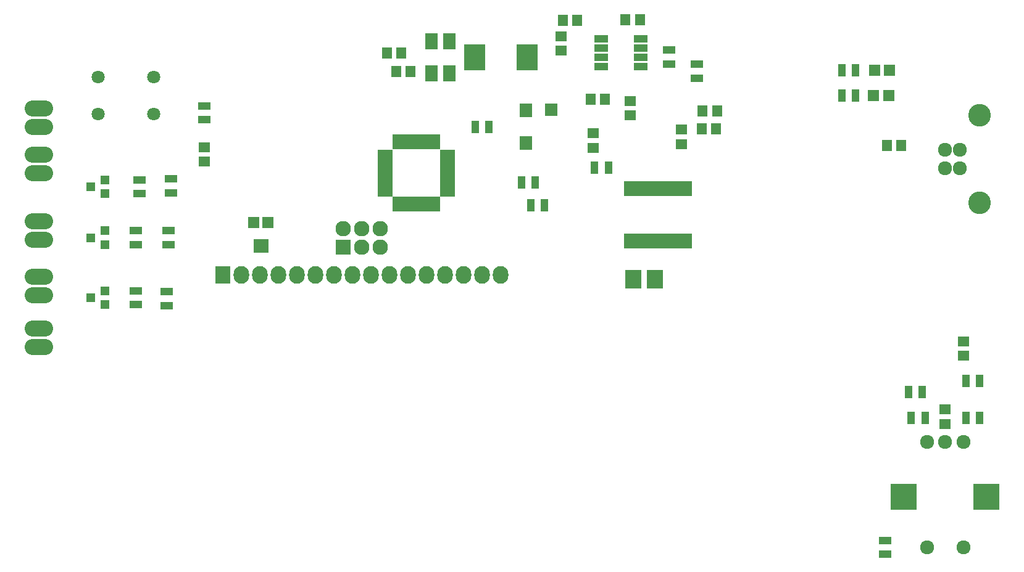
<source format=gts>
G04 #@! TF.FileFunction,Soldermask,Top*
%FSLAX46Y46*%
G04 Gerber Fmt 4.6, Leading zero omitted, Abs format (unit mm)*
G04 Created by KiCad (PCBNEW 4.0.1-stable) date Tuesday, March 29, 2016 'AMt' 01:29:57 AM*
%MOMM*%
G01*
G04 APERTURE LIST*
%ADD10C,0.100000*%
%ADD11R,1.650000X1.400000*%
%ADD12R,1.400000X1.650000*%
%ADD13R,1.598880X1.598880*%
%ADD14R,3.000000X3.600000*%
%ADD15R,0.950000X2.000000*%
%ADD16R,2.000000X0.950000*%
%ADD17O,3.900120X2.200860*%
%ADD18C,1.924000*%
%ADD19C,3.100020*%
%ADD20R,1.200100X1.200100*%
%ADD21R,1.100000X1.700000*%
%ADD22R,1.700000X1.100000*%
%ADD23R,3.600000X3.600000*%
%ADD24R,0.850000X2.150000*%
%ADD25R,1.950000X1.000000*%
%ADD26R,1.799540X2.200860*%
%ADD27R,2.200000X2.630000*%
%ADD28O,2.127200X2.432000*%
%ADD29R,2.127200X2.432000*%
%ADD30R,2.127200X2.127200*%
%ADD31O,2.127200X2.127200*%
%ADD32R,1.600000X1.600000*%
%ADD33R,2.000000X1.900000*%
%ADD34C,1.797000*%
%ADD35R,1.700000X1.900000*%
%ADD36R,1.700000X1.700000*%
G04 APERTURE END LIST*
D10*
D11*
X102235000Y-72120000D03*
X102235000Y-70120000D03*
D12*
X172577000Y-65151000D03*
X170577000Y-65151000D03*
X159972500Y-52578000D03*
X161972500Y-52578000D03*
X172450000Y-67564000D03*
X170450000Y-67564000D03*
D11*
X160655000Y-65770000D03*
X160655000Y-63770000D03*
X155575000Y-68215000D03*
X155575000Y-70215000D03*
D12*
X153400000Y-52705000D03*
X151400000Y-52705000D03*
X155210000Y-63500000D03*
X157210000Y-63500000D03*
X129270000Y-57150000D03*
X127270000Y-57150000D03*
X130540000Y-59690000D03*
X128540000Y-59690000D03*
D11*
X203835000Y-106124500D03*
X203835000Y-108124500D03*
X206375000Y-98790000D03*
X206375000Y-96790000D03*
D13*
X194022980Y-62992000D03*
X196121020Y-62992000D03*
X194149980Y-59563000D03*
X196248020Y-59563000D03*
D14*
X139275000Y-57785000D03*
X146475000Y-57785000D03*
D15*
X134118000Y-69410000D03*
X133318000Y-69410000D03*
X132518000Y-69410000D03*
X131718000Y-69410000D03*
X130918000Y-69410000D03*
X130118000Y-69410000D03*
X129318000Y-69410000D03*
X128518000Y-69410000D03*
D16*
X127068000Y-70860000D03*
X127068000Y-71660000D03*
X127068000Y-72460000D03*
X127068000Y-73260000D03*
X127068000Y-74060000D03*
X127068000Y-74860000D03*
X127068000Y-75660000D03*
X127068000Y-76460000D03*
D15*
X128518000Y-77910000D03*
X129318000Y-77910000D03*
X130118000Y-77910000D03*
X130918000Y-77910000D03*
X131718000Y-77910000D03*
X132518000Y-77910000D03*
X133318000Y-77910000D03*
X134118000Y-77910000D03*
D16*
X135568000Y-76460000D03*
X135568000Y-75660000D03*
X135568000Y-74860000D03*
X135568000Y-74060000D03*
X135568000Y-73260000D03*
X135568000Y-72460000D03*
X135568000Y-71660000D03*
X135568000Y-70860000D03*
D12*
X195850000Y-69850000D03*
X197850000Y-69850000D03*
D11*
X151130000Y-54880000D03*
X151130000Y-56880000D03*
D17*
X79502000Y-64770000D03*
X79502000Y-67310000D03*
D18*
X203835000Y-73025000D03*
X203835000Y-70485000D03*
X205833980Y-70485000D03*
X205833980Y-73025000D03*
D19*
X208534000Y-77754480D03*
X208534000Y-65755520D03*
D17*
X79502000Y-94996000D03*
X79502000Y-97536000D03*
X79502000Y-80264000D03*
X79502000Y-82804000D03*
X79502000Y-87884000D03*
X79502000Y-90424000D03*
D20*
X88630760Y-91755000D03*
X88630760Y-89855000D03*
X86631780Y-90805000D03*
X88630760Y-76515000D03*
X88630760Y-74615000D03*
X86631780Y-75565000D03*
X88630760Y-83500000D03*
X88630760Y-81600000D03*
X86631780Y-82550000D03*
D21*
X191577000Y-62992000D03*
X189677000Y-62992000D03*
X191577000Y-59563000D03*
X189677000Y-59563000D03*
X155768000Y-72898000D03*
X157668000Y-72898000D03*
D22*
X165989000Y-58671500D03*
X165989000Y-56771500D03*
X169799000Y-60640000D03*
X169799000Y-58740000D03*
D21*
X139385000Y-67310000D03*
X141285000Y-67310000D03*
X148905000Y-78105000D03*
X147005000Y-78105000D03*
X147635000Y-74930000D03*
X145735000Y-74930000D03*
D22*
X102235000Y-66355000D03*
X102235000Y-64455000D03*
D21*
X198821000Y-103759000D03*
X200721000Y-103759000D03*
X201102000Y-107315000D03*
X199202000Y-107315000D03*
X206695000Y-107315000D03*
X208595000Y-107315000D03*
D22*
X97663000Y-74488000D03*
X97663000Y-76388000D03*
X97028000Y-91882000D03*
X97028000Y-89982000D03*
X97282000Y-81600000D03*
X97282000Y-83500000D03*
D21*
X206695000Y-102235000D03*
X208595000Y-102235000D03*
D22*
X92837000Y-89855000D03*
X92837000Y-91755000D03*
X93345000Y-76515000D03*
X93345000Y-74615000D03*
X92837000Y-83500000D03*
X92837000Y-81600000D03*
D18*
X206335000Y-110610000D03*
X203835000Y-110610000D03*
X201335000Y-110610000D03*
X201335000Y-125110000D03*
X206335000Y-125110000D03*
D23*
X209535000Y-118110000D03*
X198135000Y-118110000D03*
D17*
X79502000Y-71120000D03*
X79502000Y-73660000D03*
D24*
X160240000Y-82975000D03*
X160890000Y-82975000D03*
X161540000Y-82975000D03*
X162190000Y-82975000D03*
X162840000Y-82975000D03*
X163490000Y-82975000D03*
X164140000Y-82975000D03*
X164790000Y-82975000D03*
X165440000Y-82975000D03*
X166090000Y-82975000D03*
X166740000Y-82975000D03*
X167390000Y-82975000D03*
X168040000Y-82975000D03*
X168690000Y-82975000D03*
X168690000Y-75775000D03*
X168040000Y-75775000D03*
X167390000Y-75775000D03*
X166740000Y-75775000D03*
X166090000Y-75775000D03*
X165440000Y-75775000D03*
X164790000Y-75775000D03*
X164140000Y-75775000D03*
X163490000Y-75775000D03*
X162840000Y-75775000D03*
X162190000Y-75775000D03*
X161540000Y-75775000D03*
X160890000Y-75775000D03*
X160240000Y-75775000D03*
D25*
X156685000Y-55245000D03*
X156685000Y-56515000D03*
X156685000Y-57785000D03*
X156685000Y-59055000D03*
X162085000Y-59055000D03*
X162085000Y-57785000D03*
X162085000Y-56515000D03*
X162085000Y-55245000D03*
D26*
X135818880Y-59984640D03*
X135818880Y-55585360D03*
X133421120Y-55585360D03*
X133421120Y-59984640D03*
D27*
X164020000Y-88265000D03*
X161100000Y-88265000D03*
D11*
X167640000Y-69707000D03*
X167640000Y-67707000D03*
D28*
X142875000Y-87630000D03*
X140335000Y-87630000D03*
X137795000Y-87630000D03*
X135255000Y-87630000D03*
X132715000Y-87630000D03*
X130175000Y-87630000D03*
X127635000Y-87630000D03*
X125095000Y-87630000D03*
X122555000Y-87630000D03*
X120015000Y-87630000D03*
X117475000Y-87630000D03*
X114935000Y-87630000D03*
X112395000Y-87630000D03*
X109855000Y-87630000D03*
X107315000Y-87630000D03*
D29*
X104775000Y-87630000D03*
D30*
X121285000Y-83820000D03*
D31*
X121285000Y-81280000D03*
X123825000Y-83820000D03*
X123825000Y-81280000D03*
X126365000Y-83820000D03*
X126365000Y-81280000D03*
D32*
X110982000Y-80442000D03*
X108982000Y-80442000D03*
D33*
X109982000Y-83692000D03*
D22*
X195580000Y-126045000D03*
X195580000Y-124145000D03*
D34*
X95250000Y-60452000D03*
X95250000Y-65532000D03*
X87630000Y-60452000D03*
X87630000Y-65532000D03*
D35*
X146355000Y-65060000D03*
X146355000Y-69560000D03*
D36*
X149855000Y-64960000D03*
M02*

</source>
